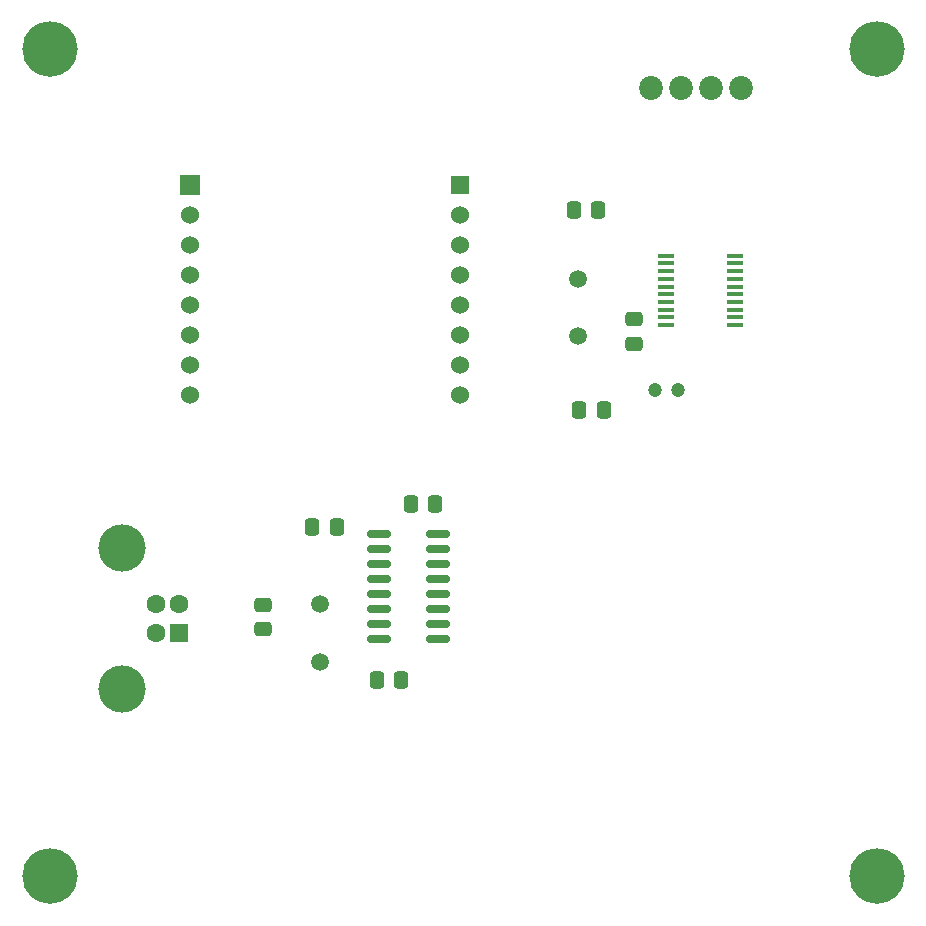
<source format=gts>
G04 #@! TF.GenerationSoftware,KiCad,Pcbnew,8.0.6*
G04 #@! TF.CreationDate,2025-01-19T14:16:04-05:00*
G04 #@! TF.ProjectId,board_stm8_rev2,626f6172-645f-4737-946d-385f72657632,rev?*
G04 #@! TF.SameCoordinates,Original*
G04 #@! TF.FileFunction,Soldermask,Top*
G04 #@! TF.FilePolarity,Negative*
%FSLAX46Y46*%
G04 Gerber Fmt 4.6, Leading zero omitted, Abs format (unit mm)*
G04 Created by KiCad (PCBNEW 8.0.6) date 2025-01-19 14:16:04*
%MOMM*%
%LPD*%
G01*
G04 APERTURE LIST*
G04 Aperture macros list*
%AMRoundRect*
0 Rectangle with rounded corners*
0 $1 Rounding radius*
0 $2 $3 $4 $5 $6 $7 $8 $9 X,Y pos of 4 corners*
0 Add a 4 corners polygon primitive as box body*
4,1,4,$2,$3,$4,$5,$6,$7,$8,$9,$2,$3,0*
0 Add four circle primitives for the rounded corners*
1,1,$1+$1,$2,$3*
1,1,$1+$1,$4,$5*
1,1,$1+$1,$6,$7*
1,1,$1+$1,$8,$9*
0 Add four rect primitives between the rounded corners*
20,1,$1+$1,$2,$3,$4,$5,0*
20,1,$1+$1,$4,$5,$6,$7,0*
20,1,$1+$1,$6,$7,$8,$9,0*
20,1,$1+$1,$8,$9,$2,$3,0*%
G04 Aperture macros list end*
%ADD10R,1.676400X1.676400*%
%ADD11C,1.524000*%
%ADD12R,1.524000X1.524000*%
%ADD13RoundRect,0.250000X-0.475000X0.337500X-0.475000X-0.337500X0.475000X-0.337500X0.475000X0.337500X0*%
%ADD14C,1.200000*%
%ADD15RoundRect,0.250000X-0.337500X-0.475000X0.337500X-0.475000X0.337500X0.475000X-0.337500X0.475000X0*%
%ADD16C,1.500000*%
%ADD17C,2.020000*%
%ADD18R,1.473200X0.355600*%
%ADD19RoundRect,0.150000X-0.825000X-0.150000X0.825000X-0.150000X0.825000X0.150000X-0.825000X0.150000X0*%
%ADD20RoundRect,0.250000X0.337500X0.475000X-0.337500X0.475000X-0.337500X-0.475000X0.337500X-0.475000X0*%
%ADD21R,1.600000X1.600000*%
%ADD22C,1.600000*%
%ADD23C,4.000000*%
%ADD24C,4.700000*%
G04 APERTURE END LIST*
D10*
X146900000Y-86500000D03*
D11*
X146900000Y-89040000D03*
X146900000Y-91580000D03*
X146900000Y-94120000D03*
X146900000Y-96660000D03*
X146900000Y-99200000D03*
X146900000Y-101740000D03*
X146900000Y-104280000D03*
X169760000Y-104280000D03*
X169760000Y-101740000D03*
X169760000Y-99200000D03*
X169760000Y-96660000D03*
X169760000Y-94120000D03*
X169760000Y-91580000D03*
X169760000Y-89040000D03*
D12*
X169760000Y-86500000D03*
D13*
X184500000Y-97825000D03*
X184500000Y-99900000D03*
D14*
X188200000Y-103800000D03*
X186200000Y-103800000D03*
D15*
X179824500Y-105500000D03*
X181899500Y-105500000D03*
X179362500Y-88600000D03*
X181437500Y-88600000D03*
D16*
X179700000Y-94400000D03*
X179700000Y-99280000D03*
D17*
X193500000Y-78300000D03*
X190960000Y-78300000D03*
X188420000Y-78300000D03*
X185880000Y-78300000D03*
D18*
X193021000Y-92475002D03*
X193021000Y-93125001D03*
X193021000Y-93775002D03*
X193021000Y-94425001D03*
X193021000Y-95075002D03*
X193021000Y-95725001D03*
X193021000Y-96375002D03*
X193021000Y-97025001D03*
X193021000Y-97675002D03*
X193021000Y-98325000D03*
X187179000Y-98324998D03*
X187179000Y-97674999D03*
X187179000Y-97024998D03*
X187179000Y-96374999D03*
X187179000Y-95724998D03*
X187179000Y-95074999D03*
X187179000Y-94425001D03*
X187179000Y-93774999D03*
X187179000Y-93125001D03*
X187179000Y-92475000D03*
D15*
X157235500Y-115419000D03*
X159310500Y-115419000D03*
D19*
X162910000Y-116054000D03*
X162910000Y-117324000D03*
X162910000Y-118594000D03*
X162910000Y-119864000D03*
X162910000Y-121134000D03*
X162910000Y-122404000D03*
X162910000Y-123674000D03*
X162910000Y-124944000D03*
X167860000Y-124944000D03*
X167860000Y-123674000D03*
X167860000Y-122404000D03*
X167860000Y-121134000D03*
X167860000Y-119864000D03*
X167860000Y-118594000D03*
X167860000Y-117324000D03*
X167860000Y-116054000D03*
D16*
X157892000Y-126849000D03*
X157892000Y-121969000D03*
D20*
X167637500Y-113500000D03*
X165562500Y-113500000D03*
D15*
X162696500Y-128373000D03*
X164771500Y-128373000D03*
D13*
X153066000Y-122001500D03*
X153066000Y-124076500D03*
D21*
X145954000Y-124436000D03*
D22*
X145954000Y-121936000D03*
X143954000Y-121936000D03*
X143954000Y-124436000D03*
D23*
X141094000Y-129186000D03*
X141094000Y-117186000D03*
D24*
X135000000Y-75000000D03*
X205000000Y-75000000D03*
X205000000Y-145000000D03*
X135000000Y-145000000D03*
M02*

</source>
